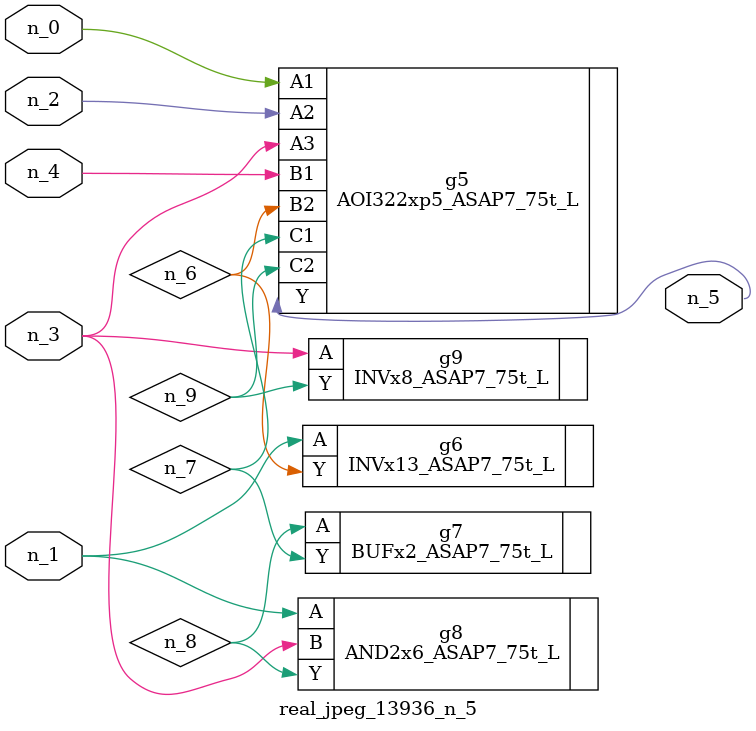
<source format=v>
module real_jpeg_13936_n_5 (n_4, n_0, n_1, n_2, n_3, n_5);

input n_4;
input n_0;
input n_1;
input n_2;
input n_3;

output n_5;

wire n_8;
wire n_6;
wire n_7;
wire n_9;

AOI322xp5_ASAP7_75t_L g5 ( 
.A1(n_0),
.A2(n_2),
.A3(n_3),
.B1(n_4),
.B2(n_6),
.C1(n_7),
.C2(n_9),
.Y(n_5)
);

INVx13_ASAP7_75t_L g6 ( 
.A(n_1),
.Y(n_6)
);

AND2x6_ASAP7_75t_L g8 ( 
.A(n_1),
.B(n_3),
.Y(n_8)
);

INVx8_ASAP7_75t_L g9 ( 
.A(n_3),
.Y(n_9)
);

BUFx2_ASAP7_75t_L g7 ( 
.A(n_8),
.Y(n_7)
);


endmodule
</source>
